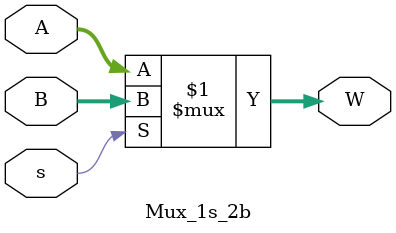
<source format=v>
module Mux_3s_32b(input [31:0]A,B,C,D,E,F,G,H,input [2:0]s,output reg [31:0]W);
  always @(A,B,C,D,E,F,G,H,s) begin
    W=32'h0;
    case(s)
      3'h0:W=A;
      3'h1:W=B;
      3'h2:W=C;
      3'h3:W=D;
      3'h4:W=E;
      3'h5:W=F;
      3'h6:W=G;
      3'h7:W=H;
      default:W=32'h0;
    endcase
  end
endmodule
//**********************************************************************************************************************
module Mux_2s_32b(input [31:0]A,B,C,D,input [1:0]s,output reg [31:0]W);
  always @(A,B,C,D,s) begin
    W=32'h0;
    case(s)
      2'h0:W=A;
      2'h1:W=B;
      2'h2:W=C;
      2'h3:W=D;
      default:W=32'h0;
    endcase
  end
endmodule
//**********************************************************************************************************************
module Mux_2s_16b(input [15:0]A,B,C,D,input [1:0]s,output reg [15:0]W);
  always @(A,B,C,D,s) begin
    W=16'h0;
    case(s)
      2'h0:W=A;
      2'h1:W=B;
      2'h2:W=C;
      2'h3:W=D;
      default:W=16'h0;
    endcase
  end
endmodule
//**********************************************************************************************************************
module Mux_2s_8b(input [7:0]A,B,C,D,input [1:0]s,output reg [7:0]W);
  always @(A,B,C,D,s) begin
    W=8'h0;
    case(s)
      2'h0:W=A;
      2'h1:W=B;
      2'h2:W=C;
      2'h3:W=D;
      default:W=8'h0;
    endcase
  end
endmodule
//**********************************************************************************************************************
module Mux_2s_4b(input [3:0]A,B,C,D,input [1:0]s,output reg [3:0]W);
  always @(A,B,C,D,s) begin
    W=4'h0;
    case(s)
      2'h0:W=A;
      2'h1:W=B;
      2'h2:W=C;
      2'h3:W=D;
      default:W=4'h0;
    endcase
  end
endmodule
//**********************************************************************************************************************
module Mux_1s_32b(input [31:0]A,B,input s,output [31:0]W);
  assign W=s?B:A;
endmodule
//**********************************************************************************************************************
module Mux_1s_16b(input [15:0]A,B,input s,output [15:0]W);
  assign W=s?B:A;
endmodule
//**********************************************************************************************************************
module Mux_1s_8b(input [7:0]A,B,input s,output [7:0]W);
  assign W=s?B:A;
endmodule
//**********************************************************************************************************************
module Mux_1s_5b(input [4:0]A,B,input s,output [4:0]W);
  assign W=s?B:A;
endmodule
//**********************************************************************************************************************
module Mux_1s_3b(input [2:0]A,B,input s,output [2:0]W);
  assign W=s?B:A;
endmodule
//**********************************************************************************************************************
module Mux_1s_2b(input [1:0]A,B,input s,output [1:0]W);
  assign W=s?B:A;
endmodule
</source>
